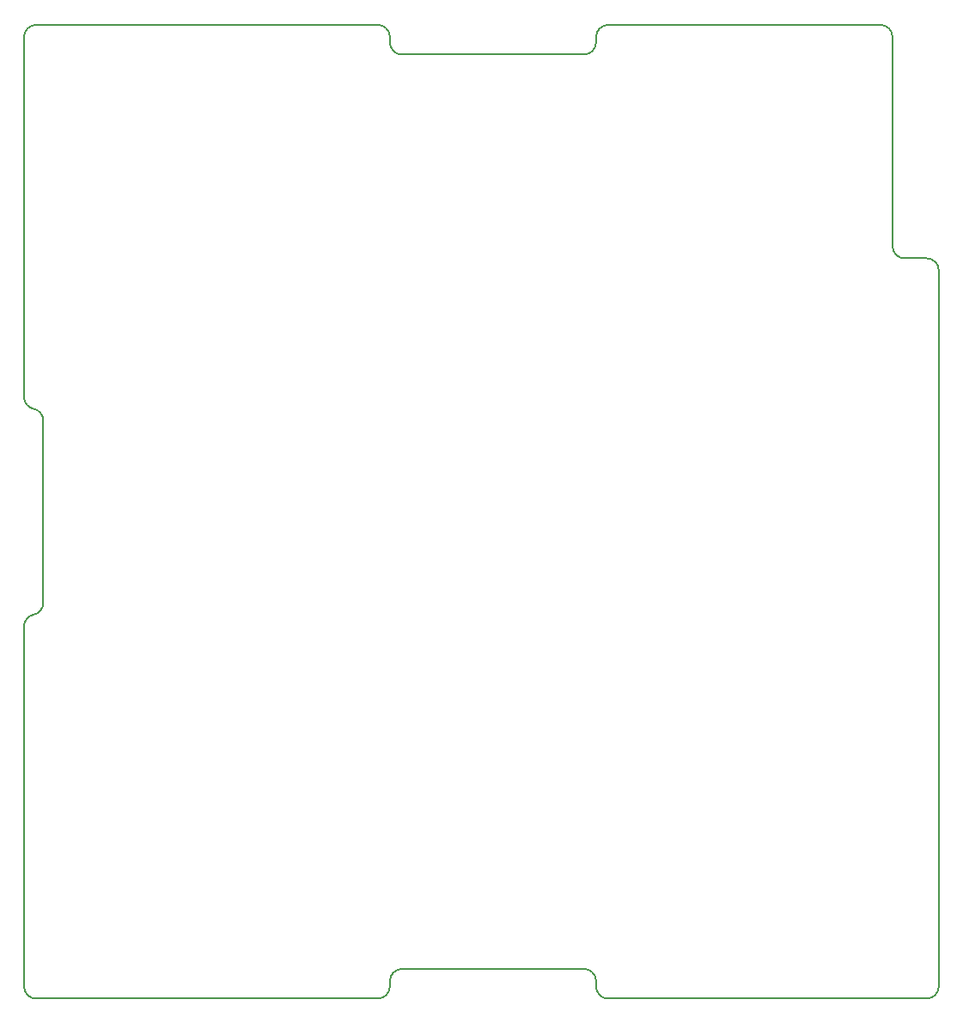
<source format=gm1>
%TF.GenerationSoftware,KiCad,Pcbnew,(6.0.5-0)*%
%TF.CreationDate,2022-05-22T21:56:00-04:00*%
%TF.ProjectId,Payload Board,5061796c-6f61-4642-9042-6f6172642e6b,rev?*%
%TF.SameCoordinates,Original*%
%TF.FileFunction,Profile,NP*%
%FSLAX46Y46*%
G04 Gerber Fmt 4.6, Leading zero omitted, Abs format (unit mm)*
G04 Created by KiCad (PCBNEW (6.0.5-0)) date 2022-05-22 21:56:00*
%MOMM*%
%LPD*%
G01*
G04 APERTURE LIST*
%TA.AperFunction,Profile*%
%ADD10C,0.200000*%
%TD*%
G04 APERTURE END LIST*
D10*
X107863128Y-149539462D02*
X107863128Y-150072862D01*
X51478138Y-150072862D02*
G75*
G03*
X52671928Y-151266662I1193762J-38D01*
G01*
X107863128Y-56575462D02*
X107863128Y-57108862D01*
X53383128Y-94357962D02*
X53383128Y-112290362D01*
X51478128Y-92019644D02*
X51478128Y-56575462D01*
X87543138Y-56575462D02*
G75*
G03*
X86349328Y-55381662I-1193838J-38D01*
G01*
X88736928Y-148345662D02*
X106669328Y-148345662D01*
X87543128Y-57108862D02*
X87543128Y-56575462D01*
X88736928Y-148345728D02*
G75*
G03*
X87543128Y-149539462I-28J-1193772D01*
G01*
X106669328Y-58302662D02*
X88736928Y-58302662D01*
X52671928Y-55381662D02*
X86349328Y-55381662D01*
X87543128Y-150072862D02*
X87543128Y-149539462D01*
X51478063Y-92019644D02*
G75*
G03*
X52430628Y-93188803I1193837J44D01*
G01*
X137076138Y-77174862D02*
G75*
G03*
X138269928Y-78368662I1193762J-38D01*
G01*
X86349328Y-151266728D02*
G75*
G03*
X87543128Y-150072862I-28J1193828D01*
G01*
X52671928Y-55381728D02*
G75*
G03*
X51478128Y-56575462I-28J-1193772D01*
G01*
X109056928Y-55381728D02*
G75*
G03*
X107863128Y-56575462I-28J-1193772D01*
G01*
X52430640Y-113459579D02*
G75*
G03*
X53383128Y-112290362I-241340J1169179D01*
G01*
X137076128Y-77174862D02*
X137076128Y-56575462D01*
X106669328Y-58302728D02*
G75*
G03*
X107863128Y-57108862I-28J1193828D01*
G01*
X137076138Y-56575462D02*
G75*
G03*
X135882328Y-55381662I-1193838J-38D01*
G01*
X141647946Y-79557901D02*
G75*
G03*
X140454328Y-78368662I-1189246J1D01*
G01*
X109056928Y-55381662D02*
X135882328Y-55381662D01*
X107863138Y-149539462D02*
G75*
G03*
X106669328Y-148345662I-1193838J-38D01*
G01*
X141647975Y-79557901D02*
X141647975Y-150068301D01*
X140454328Y-78368662D02*
X138269928Y-78368662D01*
X86349328Y-151266662D02*
X52671928Y-151266662D01*
X51478128Y-150072862D02*
X51478128Y-114628680D01*
X53383143Y-94357962D02*
G75*
G03*
X52430628Y-93188803I-1193843J-38D01*
G01*
X52430636Y-113459562D02*
G75*
G03*
X51478128Y-114628680I241264J-1169138D01*
G01*
X87543138Y-57108862D02*
G75*
G03*
X88736928Y-58302662I1193762J-38D01*
G01*
X107863138Y-150072862D02*
G75*
G03*
X109056928Y-151266662I1193762J-38D01*
G01*
X140454328Y-151266662D02*
X109056928Y-151266662D01*
X140454328Y-151266666D02*
G75*
G03*
X141647975Y-150068301I-4628J1198266D01*
G01*
M02*

</source>
